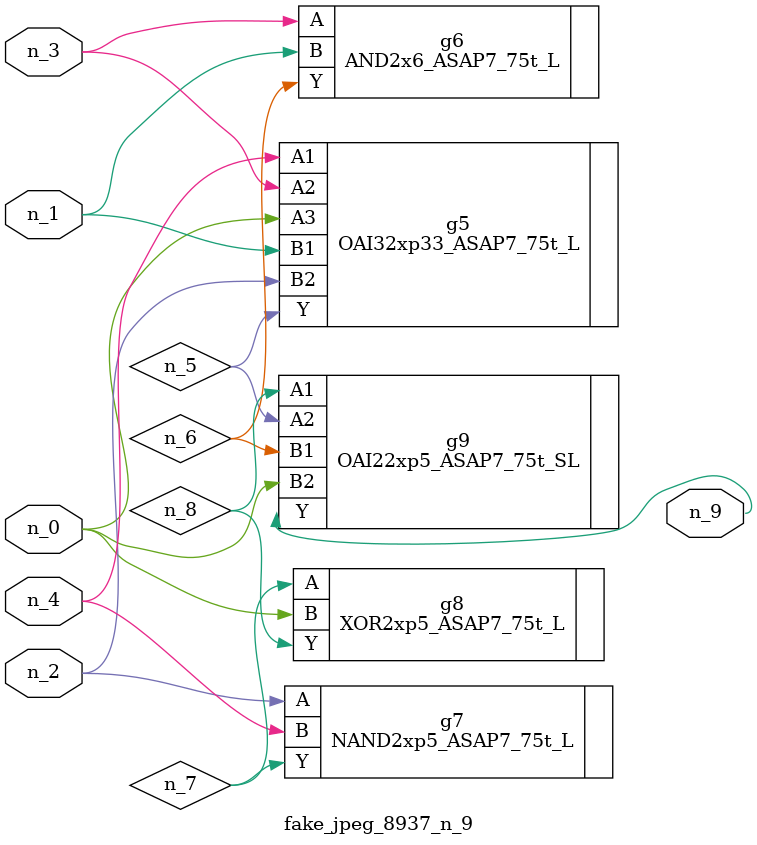
<source format=v>
module fake_jpeg_8937_n_9 (n_3, n_2, n_1, n_0, n_4, n_9);

input n_3;
input n_2;
input n_1;
input n_0;
input n_4;

output n_9;

wire n_8;
wire n_6;
wire n_5;
wire n_7;

OAI32xp33_ASAP7_75t_L g5 ( 
.A1(n_4),
.A2(n_3),
.A3(n_0),
.B1(n_1),
.B2(n_2),
.Y(n_5)
);

AND2x6_ASAP7_75t_L g6 ( 
.A(n_3),
.B(n_1),
.Y(n_6)
);

NAND2xp5_ASAP7_75t_L g7 ( 
.A(n_2),
.B(n_4),
.Y(n_7)
);

XOR2xp5_ASAP7_75t_L g8 ( 
.A(n_7),
.B(n_0),
.Y(n_8)
);

OAI22xp5_ASAP7_75t_SL g9 ( 
.A1(n_8),
.A2(n_5),
.B1(n_6),
.B2(n_0),
.Y(n_9)
);


endmodule
</source>
